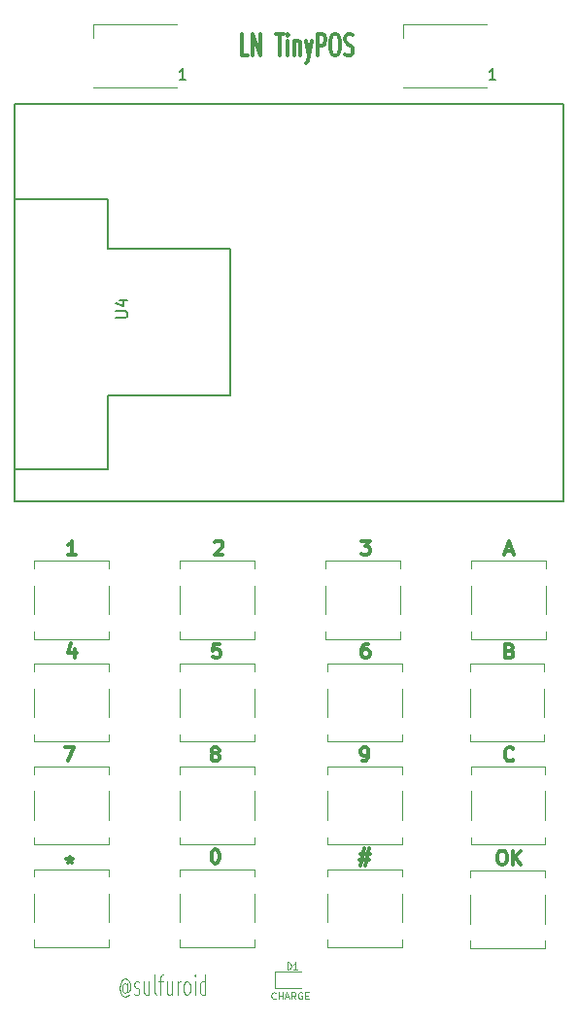
<source format=gbr>
%TF.GenerationSoftware,KiCad,Pcbnew,(5.1.12)-1*%
%TF.CreationDate,2022-08-12T17:27:40+02:00*%
%TF.ProjectId,upitchuS2,75706974-6368-4755-9332-2e6b69636164,1.1*%
%TF.SameCoordinates,Original*%
%TF.FileFunction,Legend,Top*%
%TF.FilePolarity,Positive*%
%FSLAX46Y46*%
G04 Gerber Fmt 4.6, Leading zero omitted, Abs format (unit mm)*
G04 Created by KiCad (PCBNEW (5.1.12)-1) date 2022-08-12 17:27:40*
%MOMM*%
%LPD*%
G01*
G04 APERTURE LIST*
%ADD10C,0.300000*%
%ADD11C,0.100000*%
%ADD12C,0.120000*%
%ADD13C,0.150000*%
G04 APERTURE END LIST*
D10*
X126385714Y-123742857D02*
X126614285Y-123742857D01*
X126728571Y-123800000D01*
X126842857Y-123914285D01*
X126900000Y-124142857D01*
X126900000Y-124542857D01*
X126842857Y-124771428D01*
X126728571Y-124885714D01*
X126614285Y-124942857D01*
X126385714Y-124942857D01*
X126271428Y-124885714D01*
X126157142Y-124771428D01*
X126100000Y-124542857D01*
X126100000Y-124142857D01*
X126157142Y-123914285D01*
X126271428Y-123800000D01*
X126385714Y-123742857D01*
X127414285Y-124942857D02*
X127414285Y-123742857D01*
X128100000Y-124942857D02*
X127585714Y-124257142D01*
X128100000Y-123742857D02*
X127414285Y-124428571D01*
X127471428Y-115828571D02*
X127414285Y-115885714D01*
X127242857Y-115942857D01*
X127128571Y-115942857D01*
X126957142Y-115885714D01*
X126842857Y-115771428D01*
X126785714Y-115657142D01*
X126728571Y-115428571D01*
X126728571Y-115257142D01*
X126785714Y-115028571D01*
X126842857Y-114914285D01*
X126957142Y-114800000D01*
X127128571Y-114742857D01*
X127242857Y-114742857D01*
X127414285Y-114800000D01*
X127471428Y-114857142D01*
X127185714Y-106314285D02*
X127357142Y-106371428D01*
X127414285Y-106428571D01*
X127471428Y-106542857D01*
X127471428Y-106714285D01*
X127414285Y-106828571D01*
X127357142Y-106885714D01*
X127242857Y-106942857D01*
X126785714Y-106942857D01*
X126785714Y-105742857D01*
X127185714Y-105742857D01*
X127300000Y-105800000D01*
X127357142Y-105857142D01*
X127414285Y-105971428D01*
X127414285Y-106085714D01*
X127357142Y-106200000D01*
X127300000Y-106257142D01*
X127185714Y-106314285D01*
X126785714Y-106314285D01*
X126814285Y-97600000D02*
X127385714Y-97600000D01*
X126700000Y-97942857D02*
X127100000Y-96742857D01*
X127500000Y-97942857D01*
D11*
X93804761Y-135459523D02*
X93757142Y-135378571D01*
X93661904Y-135297619D01*
X93566666Y-135297619D01*
X93471428Y-135378571D01*
X93423809Y-135459523D01*
X93376190Y-135621428D01*
X93376190Y-135783333D01*
X93423809Y-135945238D01*
X93471428Y-136026190D01*
X93566666Y-136107142D01*
X93661904Y-136107142D01*
X93757142Y-136026190D01*
X93804761Y-135945238D01*
X93804761Y-135297619D02*
X93804761Y-135945238D01*
X93852380Y-136026190D01*
X93900000Y-136026190D01*
X93995238Y-135945238D01*
X94042857Y-135783333D01*
X94042857Y-135378571D01*
X93947619Y-135135714D01*
X93804761Y-134973809D01*
X93614285Y-134892857D01*
X93423809Y-134973809D01*
X93280952Y-135135714D01*
X93185714Y-135378571D01*
X93138095Y-135702380D01*
X93185714Y-136026190D01*
X93280952Y-136269047D01*
X93423809Y-136430952D01*
X93614285Y-136511904D01*
X93804761Y-136430952D01*
X93947619Y-136269047D01*
X94423809Y-136188095D02*
X94519047Y-136269047D01*
X94709523Y-136269047D01*
X94804761Y-136188095D01*
X94852380Y-136026190D01*
X94852380Y-135945238D01*
X94804761Y-135783333D01*
X94709523Y-135702380D01*
X94566666Y-135702380D01*
X94471428Y-135621428D01*
X94423809Y-135459523D01*
X94423809Y-135378571D01*
X94471428Y-135216666D01*
X94566666Y-135135714D01*
X94709523Y-135135714D01*
X94804761Y-135216666D01*
X95709523Y-135135714D02*
X95709523Y-136269047D01*
X95280952Y-135135714D02*
X95280952Y-136026190D01*
X95328571Y-136188095D01*
X95423809Y-136269047D01*
X95566666Y-136269047D01*
X95661904Y-136188095D01*
X95709523Y-136107142D01*
X96328571Y-136269047D02*
X96233333Y-136188095D01*
X96185714Y-136026190D01*
X96185714Y-134569047D01*
X96566666Y-135135714D02*
X96947619Y-135135714D01*
X96709523Y-136269047D02*
X96709523Y-134811904D01*
X96757142Y-134650000D01*
X96852380Y-134569047D01*
X96947619Y-134569047D01*
X97709523Y-135135714D02*
X97709523Y-136269047D01*
X97280952Y-135135714D02*
X97280952Y-136026190D01*
X97328571Y-136188095D01*
X97423809Y-136269047D01*
X97566666Y-136269047D01*
X97661904Y-136188095D01*
X97709523Y-136107142D01*
X98185714Y-136269047D02*
X98185714Y-135135714D01*
X98185714Y-135459523D02*
X98233333Y-135297619D01*
X98280952Y-135216666D01*
X98376190Y-135135714D01*
X98471428Y-135135714D01*
X98947619Y-136269047D02*
X98852380Y-136188095D01*
X98804761Y-136107142D01*
X98757142Y-135945238D01*
X98757142Y-135459523D01*
X98804761Y-135297619D01*
X98852380Y-135216666D01*
X98947619Y-135135714D01*
X99090476Y-135135714D01*
X99185714Y-135216666D01*
X99233333Y-135297619D01*
X99280952Y-135459523D01*
X99280952Y-135945238D01*
X99233333Y-136107142D01*
X99185714Y-136188095D01*
X99090476Y-136269047D01*
X98947619Y-136269047D01*
X99709523Y-136269047D02*
X99709523Y-135135714D01*
X99709523Y-134569047D02*
X99661904Y-134650000D01*
X99709523Y-134730952D01*
X99757142Y-134650000D01*
X99709523Y-134569047D01*
X99709523Y-134730952D01*
X100614285Y-136269047D02*
X100614285Y-134569047D01*
X100614285Y-136188095D02*
X100519047Y-136269047D01*
X100328571Y-136269047D01*
X100233333Y-136188095D01*
X100185714Y-136107142D01*
X100138095Y-135945238D01*
X100138095Y-135459523D01*
X100185714Y-135297619D01*
X100233333Y-135216666D01*
X100328571Y-135135714D01*
X100519047Y-135135714D01*
X100614285Y-135216666D01*
D10*
X104342857Y-54459523D02*
X103771428Y-54459523D01*
X103771428Y-52559523D01*
X104742857Y-54459523D02*
X104742857Y-52559523D01*
X105428571Y-54459523D01*
X105428571Y-52559523D01*
X106742857Y-52559523D02*
X107428571Y-52559523D01*
X107085714Y-54459523D02*
X107085714Y-52559523D01*
X107828571Y-54459523D02*
X107828571Y-53192857D01*
X107828571Y-52559523D02*
X107771428Y-52650000D01*
X107828571Y-52740476D01*
X107885714Y-52650000D01*
X107828571Y-52559523D01*
X107828571Y-52740476D01*
X108400000Y-53192857D02*
X108400000Y-54459523D01*
X108400000Y-53373809D02*
X108457142Y-53283333D01*
X108571428Y-53192857D01*
X108742857Y-53192857D01*
X108857142Y-53283333D01*
X108914285Y-53464285D01*
X108914285Y-54459523D01*
X109371428Y-53192857D02*
X109657142Y-54459523D01*
X109942857Y-53192857D02*
X109657142Y-54459523D01*
X109542857Y-54911904D01*
X109485714Y-55002380D01*
X109371428Y-55092857D01*
X110400000Y-54459523D02*
X110400000Y-52559523D01*
X110857142Y-52559523D01*
X110971428Y-52650000D01*
X111028571Y-52740476D01*
X111085714Y-52921428D01*
X111085714Y-53192857D01*
X111028571Y-53373809D01*
X110971428Y-53464285D01*
X110857142Y-53554761D01*
X110400000Y-53554761D01*
X111828571Y-52559523D02*
X112057142Y-52559523D01*
X112171428Y-52650000D01*
X112285714Y-52830952D01*
X112342857Y-53192857D01*
X112342857Y-53826190D01*
X112285714Y-54188095D01*
X112171428Y-54369047D01*
X112057142Y-54459523D01*
X111828571Y-54459523D01*
X111714285Y-54369047D01*
X111600000Y-54188095D01*
X111542857Y-53826190D01*
X111542857Y-53192857D01*
X111600000Y-52830952D01*
X111714285Y-52650000D01*
X111828571Y-52559523D01*
X112800000Y-54369047D02*
X112971428Y-54459523D01*
X113257142Y-54459523D01*
X113371428Y-54369047D01*
X113428571Y-54278571D01*
X113485714Y-54097619D01*
X113485714Y-53916666D01*
X113428571Y-53735714D01*
X113371428Y-53645238D01*
X113257142Y-53554761D01*
X113028571Y-53464285D01*
X112914285Y-53373809D01*
X112857142Y-53283333D01*
X112800000Y-53102380D01*
X112800000Y-52921428D01*
X112857142Y-52740476D01*
X112914285Y-52650000D01*
X113028571Y-52559523D01*
X113314285Y-52559523D01*
X113485714Y-52650000D01*
X114128571Y-124042857D02*
X114985714Y-124042857D01*
X114471428Y-123528571D02*
X114128571Y-125071428D01*
X114871428Y-124557142D02*
X114014285Y-124557142D01*
X114528571Y-125071428D02*
X114871428Y-123528571D01*
X101442857Y-123642857D02*
X101557142Y-123642857D01*
X101671428Y-123700000D01*
X101728571Y-123757142D01*
X101785714Y-123871428D01*
X101842857Y-124100000D01*
X101842857Y-124385714D01*
X101785714Y-124614285D01*
X101728571Y-124728571D01*
X101671428Y-124785714D01*
X101557142Y-124842857D01*
X101442857Y-124842857D01*
X101328571Y-124785714D01*
X101271428Y-124728571D01*
X101214285Y-124614285D01*
X101157142Y-124385714D01*
X101157142Y-124100000D01*
X101214285Y-123871428D01*
X101271428Y-123757142D01*
X101328571Y-123700000D01*
X101442857Y-123642857D01*
X88800000Y-124242857D02*
X88800000Y-124528571D01*
X88514285Y-124414285D02*
X88800000Y-124528571D01*
X89085714Y-124414285D01*
X88628571Y-124757142D02*
X88800000Y-124528571D01*
X88971428Y-124757142D01*
X114271428Y-115942857D02*
X114500000Y-115942857D01*
X114614285Y-115885714D01*
X114671428Y-115828571D01*
X114785714Y-115657142D01*
X114842857Y-115428571D01*
X114842857Y-114971428D01*
X114785714Y-114857142D01*
X114728571Y-114800000D01*
X114614285Y-114742857D01*
X114385714Y-114742857D01*
X114271428Y-114800000D01*
X114214285Y-114857142D01*
X114157142Y-114971428D01*
X114157142Y-115257142D01*
X114214285Y-115371428D01*
X114271428Y-115428571D01*
X114385714Y-115485714D01*
X114614285Y-115485714D01*
X114728571Y-115428571D01*
X114785714Y-115371428D01*
X114842857Y-115257142D01*
X101385714Y-115257142D02*
X101271428Y-115200000D01*
X101214285Y-115142857D01*
X101157142Y-115028571D01*
X101157142Y-114971428D01*
X101214285Y-114857142D01*
X101271428Y-114800000D01*
X101385714Y-114742857D01*
X101614285Y-114742857D01*
X101728571Y-114800000D01*
X101785714Y-114857142D01*
X101842857Y-114971428D01*
X101842857Y-115028571D01*
X101785714Y-115142857D01*
X101728571Y-115200000D01*
X101614285Y-115257142D01*
X101385714Y-115257142D01*
X101271428Y-115314285D01*
X101214285Y-115371428D01*
X101157142Y-115485714D01*
X101157142Y-115714285D01*
X101214285Y-115828571D01*
X101271428Y-115885714D01*
X101385714Y-115942857D01*
X101614285Y-115942857D01*
X101728571Y-115885714D01*
X101785714Y-115828571D01*
X101842857Y-115714285D01*
X101842857Y-115485714D01*
X101785714Y-115371428D01*
X101728571Y-115314285D01*
X101614285Y-115257142D01*
X88400000Y-114742857D02*
X89200000Y-114742857D01*
X88685714Y-115942857D01*
X114828571Y-105742857D02*
X114600000Y-105742857D01*
X114485714Y-105800000D01*
X114428571Y-105857142D01*
X114314285Y-106028571D01*
X114257142Y-106257142D01*
X114257142Y-106714285D01*
X114314285Y-106828571D01*
X114371428Y-106885714D01*
X114485714Y-106942857D01*
X114714285Y-106942857D01*
X114828571Y-106885714D01*
X114885714Y-106828571D01*
X114942857Y-106714285D01*
X114942857Y-106428571D01*
X114885714Y-106314285D01*
X114828571Y-106257142D01*
X114714285Y-106200000D01*
X114485714Y-106200000D01*
X114371428Y-106257142D01*
X114314285Y-106314285D01*
X114257142Y-106428571D01*
X101885714Y-105742857D02*
X101314285Y-105742857D01*
X101257142Y-106314285D01*
X101314285Y-106257142D01*
X101428571Y-106200000D01*
X101714285Y-106200000D01*
X101828571Y-106257142D01*
X101885714Y-106314285D01*
X101942857Y-106428571D01*
X101942857Y-106714285D01*
X101885714Y-106828571D01*
X101828571Y-106885714D01*
X101714285Y-106942857D01*
X101428571Y-106942857D01*
X101314285Y-106885714D01*
X101257142Y-106828571D01*
X89228571Y-106142857D02*
X89228571Y-106942857D01*
X88942857Y-105685714D02*
X88657142Y-106542857D01*
X89400000Y-106542857D01*
X114200000Y-96742857D02*
X114942857Y-96742857D01*
X114542857Y-97200000D01*
X114714285Y-97200000D01*
X114828571Y-97257142D01*
X114885714Y-97314285D01*
X114942857Y-97428571D01*
X114942857Y-97714285D01*
X114885714Y-97828571D01*
X114828571Y-97885714D01*
X114714285Y-97942857D01*
X114371428Y-97942857D01*
X114257142Y-97885714D01*
X114200000Y-97828571D01*
X101457142Y-96857142D02*
X101514285Y-96800000D01*
X101628571Y-96742857D01*
X101914285Y-96742857D01*
X102028571Y-96800000D01*
X102085714Y-96857142D01*
X102142857Y-96971428D01*
X102142857Y-97085714D01*
X102085714Y-97257142D01*
X101400000Y-97942857D01*
X102142857Y-97942857D01*
X89342857Y-97942857D02*
X88657142Y-97942857D01*
X89000000Y-97942857D02*
X89000000Y-96742857D01*
X88885714Y-96914285D01*
X88771428Y-97028571D01*
X88657142Y-97085714D01*
D11*
X106742857Y-136614285D02*
X106714285Y-136642857D01*
X106628571Y-136671428D01*
X106571428Y-136671428D01*
X106485714Y-136642857D01*
X106428571Y-136585714D01*
X106400000Y-136528571D01*
X106371428Y-136414285D01*
X106371428Y-136328571D01*
X106400000Y-136214285D01*
X106428571Y-136157142D01*
X106485714Y-136100000D01*
X106571428Y-136071428D01*
X106628571Y-136071428D01*
X106714285Y-136100000D01*
X106742857Y-136128571D01*
X107000000Y-136671428D02*
X107000000Y-136071428D01*
X107000000Y-136357142D02*
X107342857Y-136357142D01*
X107342857Y-136671428D02*
X107342857Y-136071428D01*
X107600000Y-136500000D02*
X107885714Y-136500000D01*
X107542857Y-136671428D02*
X107742857Y-136071428D01*
X107942857Y-136671428D01*
X108485714Y-136671428D02*
X108285714Y-136385714D01*
X108142857Y-136671428D02*
X108142857Y-136071428D01*
X108371428Y-136071428D01*
X108428571Y-136100000D01*
X108457142Y-136128571D01*
X108485714Y-136185714D01*
X108485714Y-136271428D01*
X108457142Y-136328571D01*
X108428571Y-136357142D01*
X108371428Y-136385714D01*
X108142857Y-136385714D01*
X109057142Y-136100000D02*
X109000000Y-136071428D01*
X108914285Y-136071428D01*
X108828571Y-136100000D01*
X108771428Y-136157142D01*
X108742857Y-136214285D01*
X108714285Y-136328571D01*
X108714285Y-136414285D01*
X108742857Y-136528571D01*
X108771428Y-136585714D01*
X108828571Y-136642857D01*
X108914285Y-136671428D01*
X108971428Y-136671428D01*
X109057142Y-136642857D01*
X109085714Y-136614285D01*
X109085714Y-136414285D01*
X108971428Y-136414285D01*
X109342857Y-136357142D02*
X109542857Y-136357142D01*
X109628571Y-136671428D02*
X109342857Y-136671428D01*
X109342857Y-136071428D01*
X109628571Y-136071428D01*
D12*
%TO.C,SW105*%
X123800000Y-100650000D02*
X123800000Y-103150000D01*
X130300000Y-100650000D02*
X130300000Y-103150000D01*
X123800000Y-98500000D02*
X123800000Y-99150000D01*
X130300000Y-98500000D02*
X123800000Y-98500000D01*
X130300000Y-99150000D02*
X130300000Y-98500000D01*
X123800000Y-105300000D02*
X123800000Y-104650000D01*
X130300000Y-105300000D02*
X123800000Y-105300000D01*
X130300000Y-104650000D02*
X130300000Y-105300000D01*
%TO.C,D1*%
X106727000Y-135735000D02*
X109012000Y-135735000D01*
X106727000Y-134265000D02*
X106727000Y-135735000D01*
X109012000Y-134265000D02*
X106727000Y-134265000D01*
%TO.C,D101*%
X117850000Y-51750000D02*
X117850000Y-52900000D01*
X125150000Y-51750000D02*
X117850000Y-51750000D01*
X125150000Y-57250000D02*
X117850000Y-57250000D01*
%TO.C,D102*%
X98150000Y-57250000D02*
X90850000Y-57250000D01*
X98150000Y-51750000D02*
X90850000Y-51750000D01*
X90850000Y-51750000D02*
X90850000Y-52900000D01*
D13*
%TO.C,U4*%
X102800000Y-84100000D02*
X102800000Y-71300000D01*
X84000000Y-76000000D02*
X84000000Y-58700000D01*
X84000000Y-58700000D02*
X131800000Y-58700000D01*
X84000000Y-76000000D02*
X84000000Y-93300000D01*
X84000000Y-93300000D02*
X131800000Y-93300000D01*
X131800000Y-93300000D02*
X131800000Y-58700000D01*
X102800000Y-71300000D02*
X92100000Y-71300000D01*
X92100000Y-71300000D02*
X92100000Y-67000000D01*
X92100000Y-67000000D02*
X84000000Y-67000000D01*
X102800000Y-84100000D02*
X97600000Y-84100000D01*
X97600000Y-84100000D02*
X92100000Y-84100000D01*
X92100000Y-84100000D02*
X92100000Y-90500000D01*
X92100000Y-90500000D02*
X84000000Y-90500000D01*
D12*
%TO.C,SW101*%
X85700000Y-118550000D02*
X85700000Y-121050000D01*
X92200000Y-118550000D02*
X92200000Y-121050000D01*
X85700000Y-116400000D02*
X85700000Y-117050000D01*
X92200000Y-116400000D02*
X85700000Y-116400000D01*
X92200000Y-117050000D02*
X92200000Y-116400000D01*
X85700000Y-123200000D02*
X85700000Y-122550000D01*
X92200000Y-123200000D02*
X85700000Y-123200000D01*
X92200000Y-122550000D02*
X92200000Y-123200000D01*
%TO.C,SW102*%
X85675000Y-127500000D02*
X85675000Y-130000000D01*
X92175000Y-127500000D02*
X92175000Y-130000000D01*
X85675000Y-125350000D02*
X85675000Y-126000000D01*
X92175000Y-125350000D02*
X85675000Y-125350000D01*
X92175000Y-126000000D02*
X92175000Y-125350000D01*
X85675000Y-132150000D02*
X85675000Y-131500000D01*
X92175000Y-132150000D02*
X85675000Y-132150000D01*
X92175000Y-131500000D02*
X92175000Y-132150000D01*
%TO.C,SW103*%
X92200000Y-113600000D02*
X92200000Y-114250000D01*
X92200000Y-114250000D02*
X85700000Y-114250000D01*
X85700000Y-114250000D02*
X85700000Y-113600000D01*
X92200000Y-108100000D02*
X92200000Y-107450000D01*
X92200000Y-107450000D02*
X85700000Y-107450000D01*
X85700000Y-107450000D02*
X85700000Y-108100000D01*
X92200000Y-109600000D02*
X92200000Y-112100000D01*
X85700000Y-109600000D02*
X85700000Y-112100000D01*
%TO.C,SW104*%
X85700000Y-100650000D02*
X85700000Y-103150000D01*
X92200000Y-100650000D02*
X92200000Y-103150000D01*
X85700000Y-98500000D02*
X85700000Y-99150000D01*
X92200000Y-98500000D02*
X85700000Y-98500000D01*
X92200000Y-99150000D02*
X92200000Y-98500000D01*
X85700000Y-105300000D02*
X85700000Y-104650000D01*
X92200000Y-105300000D02*
X85700000Y-105300000D01*
X92200000Y-104650000D02*
X92200000Y-105300000D01*
%TO.C,SW106*%
X104900000Y-122550000D02*
X104900000Y-123200000D01*
X104900000Y-123200000D02*
X98400000Y-123200000D01*
X98400000Y-123200000D02*
X98400000Y-122550000D01*
X104900000Y-117050000D02*
X104900000Y-116400000D01*
X104900000Y-116400000D02*
X98400000Y-116400000D01*
X98400000Y-116400000D02*
X98400000Y-117050000D01*
X104900000Y-118550000D02*
X104900000Y-121050000D01*
X98400000Y-118550000D02*
X98400000Y-121050000D01*
%TO.C,SW107*%
X104875000Y-131500000D02*
X104875000Y-132150000D01*
X104875000Y-132150000D02*
X98375000Y-132150000D01*
X98375000Y-132150000D02*
X98375000Y-131500000D01*
X104875000Y-126000000D02*
X104875000Y-125350000D01*
X104875000Y-125350000D02*
X98375000Y-125350000D01*
X98375000Y-125350000D02*
X98375000Y-126000000D01*
X104875000Y-127500000D02*
X104875000Y-130000000D01*
X98375000Y-127500000D02*
X98375000Y-130000000D01*
%TO.C,SW108*%
X98400000Y-109600000D02*
X98400000Y-112100000D01*
X104900000Y-109600000D02*
X104900000Y-112100000D01*
X98400000Y-107450000D02*
X98400000Y-108100000D01*
X104900000Y-107450000D02*
X98400000Y-107450000D01*
X104900000Y-108100000D02*
X104900000Y-107450000D01*
X98400000Y-114250000D02*
X98400000Y-113600000D01*
X104900000Y-114250000D02*
X98400000Y-114250000D01*
X104900000Y-113600000D02*
X104900000Y-114250000D01*
%TO.C,SW109*%
X104900000Y-104650000D02*
X104900000Y-105300000D01*
X104900000Y-105300000D02*
X98400000Y-105300000D01*
X98400000Y-105300000D02*
X98400000Y-104650000D01*
X104900000Y-99150000D02*
X104900000Y-98500000D01*
X104900000Y-98500000D02*
X98400000Y-98500000D01*
X98400000Y-98500000D02*
X98400000Y-99150000D01*
X104900000Y-100650000D02*
X104900000Y-103150000D01*
X98400000Y-100650000D02*
X98400000Y-103150000D01*
%TO.C,SW110*%
X130175000Y-113600000D02*
X130175000Y-114250000D01*
X130175000Y-114250000D02*
X123675000Y-114250000D01*
X123675000Y-114250000D02*
X123675000Y-113600000D01*
X130175000Y-108100000D02*
X130175000Y-107450000D01*
X130175000Y-107450000D02*
X123675000Y-107450000D01*
X123675000Y-107450000D02*
X123675000Y-108100000D01*
X130175000Y-109600000D02*
X130175000Y-112100000D01*
X123675000Y-109600000D02*
X123675000Y-112100000D01*
%TO.C,SW111*%
X117800000Y-122550000D02*
X117800000Y-123200000D01*
X117800000Y-123200000D02*
X111300000Y-123200000D01*
X111300000Y-123200000D02*
X111300000Y-122550000D01*
X117800000Y-117050000D02*
X117800000Y-116400000D01*
X117800000Y-116400000D02*
X111300000Y-116400000D01*
X111300000Y-116400000D02*
X111300000Y-117050000D01*
X117800000Y-118550000D02*
X117800000Y-121050000D01*
X111300000Y-118550000D02*
X111300000Y-121050000D01*
%TO.C,SW112*%
X117775000Y-131500000D02*
X117775000Y-132150000D01*
X117775000Y-132150000D02*
X111275000Y-132150000D01*
X111275000Y-132150000D02*
X111275000Y-131500000D01*
X117775000Y-126000000D02*
X117775000Y-125350000D01*
X117775000Y-125350000D02*
X111275000Y-125350000D01*
X111275000Y-125350000D02*
X111275000Y-126000000D01*
X117775000Y-127500000D02*
X117775000Y-130000000D01*
X111275000Y-127500000D02*
X111275000Y-130000000D01*
%TO.C,SW113*%
X117800000Y-113600000D02*
X117800000Y-114250000D01*
X117800000Y-114250000D02*
X111300000Y-114250000D01*
X111300000Y-114250000D02*
X111300000Y-113600000D01*
X117800000Y-108100000D02*
X117800000Y-107450000D01*
X117800000Y-107450000D02*
X111300000Y-107450000D01*
X111300000Y-107450000D02*
X111300000Y-108100000D01*
X117800000Y-109600000D02*
X117800000Y-112100000D01*
X111300000Y-109600000D02*
X111300000Y-112100000D01*
%TO.C,SW114*%
X111100000Y-100650000D02*
X111100000Y-103150000D01*
X117600000Y-100650000D02*
X117600000Y-103150000D01*
X111100000Y-98500000D02*
X111100000Y-99150000D01*
X117600000Y-98500000D02*
X111100000Y-98500000D01*
X117600000Y-99150000D02*
X117600000Y-98500000D01*
X111100000Y-105300000D02*
X111100000Y-104650000D01*
X117600000Y-105300000D02*
X111100000Y-105300000D01*
X117600000Y-104650000D02*
X117600000Y-105300000D01*
%TO.C,SW115*%
X123750000Y-118550000D02*
X123750000Y-121050000D01*
X130250000Y-118550000D02*
X130250000Y-121050000D01*
X123750000Y-116400000D02*
X123750000Y-117050000D01*
X130250000Y-116400000D02*
X123750000Y-116400000D01*
X130250000Y-117050000D02*
X130250000Y-116400000D01*
X123750000Y-123200000D02*
X123750000Y-122550000D01*
X130250000Y-123200000D02*
X123750000Y-123200000D01*
X130250000Y-122550000D02*
X130250000Y-123200000D01*
%TO.C,SW116*%
X130225000Y-131600000D02*
X130225000Y-132250000D01*
X130225000Y-132250000D02*
X123725000Y-132250000D01*
X123725000Y-132250000D02*
X123725000Y-131600000D01*
X130225000Y-126100000D02*
X130225000Y-125450000D01*
X130225000Y-125450000D02*
X123725000Y-125450000D01*
X123725000Y-125450000D02*
X123725000Y-126100000D01*
X130225000Y-127600000D02*
X130225000Y-130100000D01*
X123725000Y-127600000D02*
X123725000Y-130100000D01*
%TO.C,D1*%
D11*
X107756642Y-134071428D02*
X107756642Y-133471428D01*
X107899500Y-133471428D01*
X107985214Y-133500000D01*
X108042357Y-133557142D01*
X108070928Y-133614285D01*
X108099500Y-133728571D01*
X108099500Y-133814285D01*
X108070928Y-133928571D01*
X108042357Y-133985714D01*
X107985214Y-134042857D01*
X107899500Y-134071428D01*
X107756642Y-134071428D01*
X108670928Y-134071428D02*
X108328071Y-134071428D01*
X108499500Y-134071428D02*
X108499500Y-133471428D01*
X108442357Y-133557142D01*
X108385214Y-133614285D01*
X108328071Y-133642857D01*
%TO.C,D101*%
D13*
X125935714Y-56552380D02*
X125364285Y-56552380D01*
X125650000Y-56552380D02*
X125650000Y-55552380D01*
X125554761Y-55695238D01*
X125459523Y-55790476D01*
X125364285Y-55838095D01*
%TO.C,D102*%
X98935714Y-56552380D02*
X98364285Y-56552380D01*
X98650000Y-56552380D02*
X98650000Y-55552380D01*
X98554761Y-55695238D01*
X98459523Y-55790476D01*
X98364285Y-55838095D01*
%TO.C,U4*%
X92837980Y-77269904D02*
X93647504Y-77269904D01*
X93742742Y-77222285D01*
X93790361Y-77174666D01*
X93837980Y-77079428D01*
X93837980Y-76888952D01*
X93790361Y-76793714D01*
X93742742Y-76746095D01*
X93647504Y-76698476D01*
X92837980Y-76698476D01*
X93171314Y-75793714D02*
X93837980Y-75793714D01*
X92790361Y-76031809D02*
X93504647Y-76269904D01*
X93504647Y-75650857D01*
%TD*%
M02*

</source>
